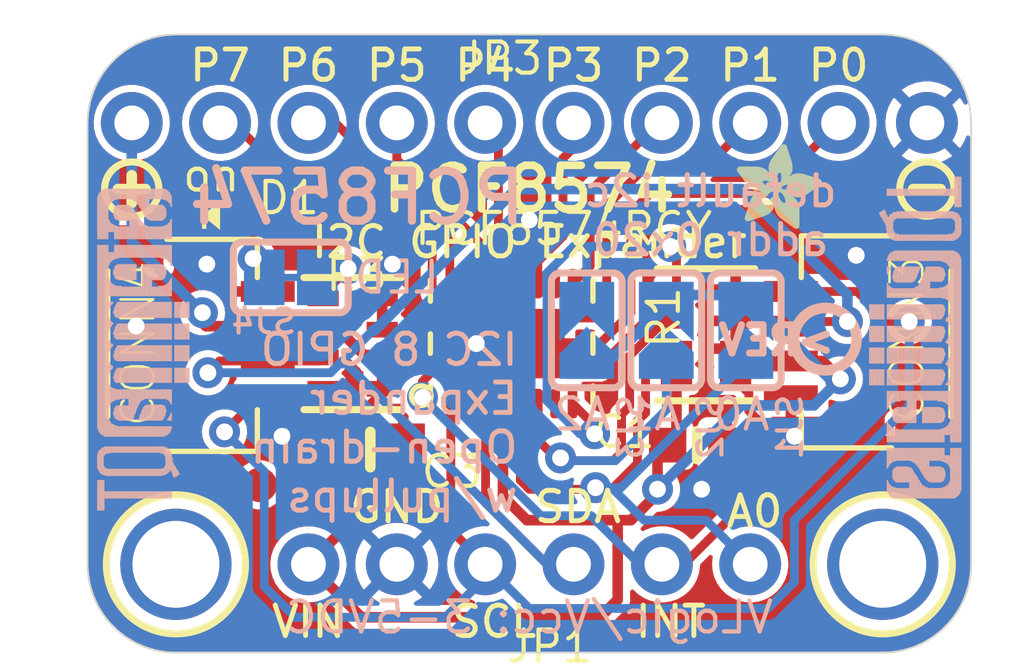
<source format=kicad_pcb>
(kicad_pcb (version 20211014) (generator pcbnew)
  (layers (0 "F.Cu" signal) (31 "B.Cu" signal) (34 "B.Paste" user) (35 "F.Paste" user) (36 "B.SilkS" user "B.Silkscreen") (37 "F.SilkS" user "F.Silkscreen") (38 "B.Mask" user) (39 "F.Mask" user) (44 "Edge.Cuts" user))
  (net 0 "")
  (net 1 "GND")
  (net 2 "SDA")
  (net 3 "SCL")
  (net 4 "INT")
  (net 5 "VCC")
  (net 6 "N$1")
  (net 7 "A0")
  (net 8 "A1")
  (net 9 "A2")
  (net 10 "P0")
  (net 11 "P1")
  (net 12 "P2")
  (net 13 "P3")
  (net 14 "P4")
  (net 15 "P5")
  (net 16 "P6")
  (net 17 "P7")
  (net 18 "N$2")
  (net 19 "N$3")
  (footprint "eagleBoard:JST_SH4" (layer "F.Cu") (at 158.5341 105.0036 90)
    (fp_text reference "CONN3" (at -2.314 0.831 90) (layer "F.SilkS") (effects (font (size 0.941222 0.941222) (thickness 0.074778)) (justify left)))
    (fp_text value "STEMMA_I2C_QT" hide)
    (pad "1" smd rect (at -1.5 -2.514 180) (size 1.55 0.6) (layers "F.Cu" "F.Paste" "F.Mask") (net 1 "GND"))
    (pad "2" smd rect (at -0.5 -2.514 180) (size 1.55 0.6) (layers "F.Cu" "F.Paste" "F.Mask") (net 5 "VCC"))
    (pad "3" smd rect (at 0.5 -2.514 180) (size 1.55 0.6) (layers "F.Cu" "F.Paste" "F.Mask") (net 2 "SDA"))
    (pad "4" smd rect (at 1.5 -2.514 180) (size 1.55 0.6) (layers "F.Cu" "F.Paste" "F.Mask") (net 3 "SCL"))
    (pad "MT1" smd rect (at -2.8 1.386 180) (size 1.8 1.2) (layers "F.Cu" "F.Paste" "F.Mask") (net 1 "GND"))
    (pad "MT2" smd rect (at 2.8 1.386 180) (size 1.8 1.2) (layers "F.Cu" "F.Paste" "F.Mask") (net 1 "GND"))
  )
  (footprint "eagleBoard:0805-NO" (layer "F.Cu") (at 143.9291 108.0516)
    (fp_text reference "C3" (at 1.397 0.635) (layer "F.SilkS") (effects (font (size 0.896031 0.896031) (thickness 0.119969)) (justify left)))
    (fp_text value "10uF")
    (pad "1" smd rect (at -0.95 0) (size 1.24 1.5) (layers "F.Cu" "F.Paste" "F.Mask") (net 5 "VCC"))
    (pad "2" smd rect (at 0.95 0) (size 1.24 1.5) (layers "F.Cu" "F.Paste" "F.Mask") (net 1 "GND"))
  )
  (footprint "eagleBoard:ADAFRUIT_2.5MM" (layer "F.Cu") (at 154.4701 101.7016)
    (fp_text reference "U$8" hide)
    (fp_text value "" hide)
  )
  (footprint "eagleBoard:FIDUCIAL_1MM" (layer "F.Cu") (at 158.0261 100.8126)
    (fp_text reference "FID4" hide)
    (fp_text value "FIDUCIAL_1MM" hide)
    (pad "1" smd roundrect (at 0 0) (size 1 1) (layers "F.Cu" "F.Mask") (roundrect_rratio 0.5))
  )
  (footprint "eagleBoard:JST_SH4" (layer "F.Cu") (at 138.4681 105.0036 -90)
    (fp_text reference "CONN4" (at -2.441 1.212 90) (layer "F.SilkS") (effects (font (size 0.941222 0.941222) (thickness 0.074778)) (justify right)))
    (fp_text value "STEMMA_I2C_QT" hide)
    (pad "1" smd rect (at -1.5 -2.514) (size 1.55 0.6) (layers "F.Cu" "F.Paste" "F.Mask") (net 1 "GND"))
    (pad "2" smd rect (at -0.5 -2.514) (size 1.55 0.6) (layers "F.Cu" "F.Paste" "F.Mask") (net 5 "VCC"))
    (pad "3" smd rect (at 0.5 -2.514) (size 1.55 0.6) (layers "F.Cu" "F.Paste" "F.Mask") (net 2 "SDA"))
    (pad "4" smd rect (at 1.5 -2.514) (size 1.55 0.6) (layers "F.Cu" "F.Paste" "F.Mask") (net 3 "SCL"))
    (pad "MT1" smd rect (at -2.8 1.386) (size 1.8 1.2) (layers "F.Cu" "F.Paste" "F.Mask") (net 1 "GND"))
    (pad "MT2" smd rect (at 2.8 1.386) (size 1.8 1.2) (layers "F.Cu" "F.Paste" "F.Mask") (net 1 "GND"))
  )
  (footprint "eagleBoard:0603-NO" (layer "F.Cu") (at 153.3271 107.9246)
    (fp_text reference "C1" (at -1.143 -0.381) (layer "F.SilkS") (effects (font (size 0.896031 0.896031) (thickness 0.119969)) (justify right)))
    (fp_text value "0.1uF")
    (pad "1" smd rect (at -0.85 0) (size 1.075 1) (layers "F.Cu" "F.Paste" "F.Mask") (net 5 "VCC"))
    (pad "2" smd rect (at 0.85 0) (size 1.075 1) (layers "F.Cu" "F.Paste" "F.Mask") (net 1 "GND"))
  )
  (footprint "eagleBoard:CHIPLED_0603_NOOUTLINE" (layer "F.Cu") (at 139.3571 101.3206 90)
    (fp_text reference "D1" (at 0.508 3.175) (layer "F.SilkS") (effects (font (size 0.896031 0.896031) (thickness 0.119969)) (justify right)))
    (fp_text value "GREEN")
    (pad "A" smd rect (at 0 0.75 90) (size 0.8 0.8) (layers "F.Cu" "F.Paste" "F.Mask") (net 19 "N$3"))
    (pad "C" smd rect (at 0 -0.75 90) (size 0.8 0.8) (layers "F.Cu" "F.Paste" "F.Mask") (net 1 "GND"))
  )
  (footprint "eagleBoard:SYMBOL_PLUS" (layer "F.Cu") (at 137.0711 100.5586)
    (fp_text reference "U$11" hide)
    (fp_text value "" hide)
  )
  (footprint "eagleBoard:VQFN20_3.5X4.5" (layer "F.Cu") (at 147.9931 105.0036 90)
    (fp_text reference "IC1")
    (fp_text value "PCF8574RGY" (at 3.302003 5.842003) (layer "F.SilkS") (effects (font (size 0.89662 0.89662) (thickness 0.11938)) (justify right)))
    (pad "1" smd roundrect (at -0.75 -2.225 270) (size 0.28 0.85) (layers "F.Cu" "F.Paste" "F.Mask") (roundrect_rratio 0.35) (net 4 "INT"))
    (pad "2" smd roundrect (at -1.725 -1.75) (size 0.28 0.85) (layers "F.Cu" "F.Paste" "F.Mask") (roundrect_rratio 0.35) (net 3 "SCL"))
    (pad "3" smd roundrect (at -1.725 -1.25) (size 0.28 0.85) (layers "F.Cu" "F.Paste" "F.Mask") (roundrect_rratio 0.35))
    (pad "4" smd roundrect (at -1.725 -0.75) (size 0.28 0.85) (layers "F.Cu" "F.Paste" "F.Mask") (roundrect_rratio 0.35) (net 2 "SDA"))
    (pad "5" smd roundrect (at -1.725 -0.25) (size 0.28 0.85) (layers "F.Cu" "F.Paste" "F.Mask") (roundrect_rratio 0.35) (net 5 "VCC"))
    (pad "6" smd roundrect (at -1.725 0.25) (size 0.28 0.85) (layers "F.Cu" "F.Paste" "F.Mask") (roundrect_rratio 0.35) (net 7 "A0"))
    (pad "7" smd roundrect (at -1.725 0.75) (size 0.28 0.85) (layers "F.Cu" "F.Paste" "F.Mask") (roundrect_rratio 0.35) (net 8 "A1"))
    (pad "8" smd roundrect (at -1.725 1.25) (size 0.28 0.85) (layers "F.Cu" "F.Paste" "F.Mask") (roundrect_rratio 0.35))
    (pad "9" smd roundrect (at -1.725 1.75) (size 0.28 0.85) (layers "F.Cu" "F.Paste" "F.Mask") (roundrect_rratio 0.35) (net 9 "A2"))
    (pad "10" smd roundrect (at -0.75 2.225 270) (size 0.28 0.85) (layers "F.Cu" "F.Paste" "F.Mask") (roundrect_rratio 0.35) (net 10 "P0"))
    (pad "11" smd roundrect (at 0.75 2.225 270) (size 0.28 0.85) (layers "F.Cu" "F.Paste" "F.Mask") (roundrect_rratio 0.35) (net 11 "P1"))
    (pad "12" smd roundrect (at 1.725 1.75) (size 0.28 0.85) (layers "F.Cu" "F.Paste" "F.Mask") (roundrect_rratio 0.35) (net 12 "P2"))
    (pad "13" smd roundrect (at 1.725 1.25) (size 0.28 0.85) (layers "F.Cu" "F.Paste" "F.Mask") (roundrect_rratio 0.35))
    (pad "14" smd roundrect (at 1.725 0.75) (size 0.28 0.85) (layers "F.Cu" "F.Paste" "F.Mask") (roundrect_rratio 0.35) (net 13 "P3"))
    (pad "15" smd roundrect (at 1.725 0.25) (size 0.28 0.85) (layers "F.Cu" "F.Paste" "F.Mask") (roundrect_rratio 0.35) (net 1 "GND"))
    (pad "16" smd roundrect (at 1.725 -0.25) (size 0.28 0.85) (layers "F.Cu" "F.Paste" "F.Mask") (roundrect_rratio 0.35) (net 14 "P4"))
    (pad "17" smd roundrect (at 1.725 -0.75) (size 0.28 0.85) (layers "F.Cu" "F.Paste" "F.Mask") (roundrect_rratio 0.35) (net 15 "P5"))
    (pad "18" smd roundrect (at 1.725 -1.25) (size 0.28 0.85) (layers "F.Cu" "F.Paste" "F.Mask") (roundrect_rratio 0.35))
    (pad "19" smd roundrect (at 1.725 -1.75) (size 0.28 0.85) (layers "F.Cu" "F.Paste" "F.Mask") (roundrect_rratio 0.35) (net 16 "P6"))
    (pad "20" smd roundrect (at 0.75 -2.225 270) (size 0.28 0.85) (layers "F.Cu" "F.Paste" "F.Mask") (roundrect_rratio 0.35) (net 17 "P7"))
    (pad "21" smd roundrect (at 0 0 90) (size 2 3.05) (layers "F.Cu" "F.Mask") (roundrect_rratio 0.1) (net 1 "GND"))
  )
  (footprint "eagleBoard:1X10_ROUND70" (layer "F.Cu") (at 148.5011 98.6536 180)
    (fp_text reference "JP3" (at -0.4572 1.8542) (layer "F.SilkS") (effects (font (size 0.896031 0.896031) (thickness 0.119969)) (justify right)))
    (fp_text value "")
    (pad "1" thru_hole circle (at -11.43 0 270) (size 1.778 1.778) (drill 1) (layers *.Cu *.Mask) (net 1 "GND"))
    (pad "2" thru_hole circle (at -8.89 0 270) (size 1.778 1.778) (drill 1) (layers *.Cu *.Mask) (net 10 "P0"))
    (pad "3" thru_hole circle (at -6.35 0 270) (size 1.778 1.778) (drill 1) (layers *.Cu *.Mask) (net 11 "P1"))
    (pad "4" thru_hole circle (at -3.81 0 270) (size 1.778 1.778) (drill 1) (layers *.Cu *.Mask) (net 12 "P2"))
    (pad "5" thru_hole circle (at -1.27 0 270) (size 1.778 1.778) (drill 1) (layers *.Cu *.Mask) (net 13 "P3"))
    (pad "6" thru_hole circle (at 1.27 0 270) (size 1.778 1.778) (drill 1) (layers *.Cu *.Mask) (net 14 "P4"))
    (pad "7" thru_hole circle (at 3.81 0 270) (size 1.778 1.778) (drill 1) (layers *.Cu *.Mask) (net 15 "P5"))
    (pad "8" thru_hole circle (at 6.35 0 270) (size 1.778 1.778) (drill 1) (layers *.Cu *.Mask) (net 16 "P6"))
    (pad "9" thru_hole circle (at 8.89 0 270) (size 1.778 1.778) (drill 1) (layers *.Cu *.Mask) (net 17 "P7"))
    (pad "10" thru_hole circle (at 11.43 0 270) (size 1.778 1.778) (drill 1) (layers *.Cu *.Mask) (net 5 "VCC"))
  )
  (footprint "eagleBoard:MOUNTINGHOLE_2.5_PLATED" (layer "F.Cu") (at 158.6611 111.3536)
    (fp_text reference "U$21" hide)
    (fp_text value "MOUNTINGHOLE2.5" hide)
    (pad "P$1" thru_hole circle (at 0 0) (size 3.2 3.2) (drill 2.5) (layers *.Cu *.Mask))
    (zone (net 0) (net_name "") (layer "F.Cu") (connect_pads (clearance 0)) (min_thickness 0.254)
      (keepout (tracks not_allowed) (vias not_allowed) (pads not_allowed) (copperpour not_allowed) (footprints allowed))
      (fill (thermal_gap 0.508) (thermal_bridge_width 0.508))
      (polygon (pts (xy 160.6771 111.3536) (xy 160.646472 111.003525) (xy 160.55552 110.664087) (xy 160.407007 110.3456) (xy 160.205446 110.05774) (xy 159.95696 109.809254) (xy 159.6691 109.607693) (xy 159.350613 109.45918) (xy 159.011175 109.368228) (xy 158.6611 109.3376) (xy 158.311025 109.368228) (xy 157.971587 109.45918) (xy 157.6531 109.607693) (xy 157.36524 109.809254) (xy 157.116754 110.05774) (xy 156.915193 110.3456) (xy 156.76668 110.664087) (xy 156.675728 111.003525) (xy 156.6451 111.3536) (xy 156.675728 111.703675) (xy 156.76668 112.043113) (xy 156.915193 112.3616) (xy 157.116754 112.64946) (xy 157.36524 112.897946) (xy 157.6531 113.099507) (xy 157.971587 113.24802) (xy 158.311025 113.338972) (xy 158.6611 113.3696) (xy 159.011175 113.338972) (xy 159.350613 113.24802) (xy 159.6691 113.099507) (xy 159.95696 112.897946) (xy 160.205446 112.64946) (xy 160.407007 112.3616) (xy 160.55552 112.043113) (xy 160.646472 111.703675)))
      (polygon (pts (xy 158.6451 111.3536) (xy 158.645343 111.356378) (xy 158.646065 111.359072) (xy 158.647244 111.3616) (xy 158.648843 111.363885) (xy 158.650815 111.365857) (xy 158.6531 111.367456) (xy 158.655628 111.368635) (xy 158.658322 111.369357) (xy 158.6611 111.3696) (xy 158.663878 111.369357) (xy 158.666572 111.368635) (xy 158.6691 111.367456) (xy 158.671385 111.365857) (xy 158.673357 111.363885) (xy 158.674956 111.3616) (xy 158.676135 111.359072) (xy 158.676857 111.356378) (xy 158.6771 111.3536) (xy 158.676857 111.350822) (xy 158.676135 111.348128) (xy 158.674956 111.3456) (xy 158.673357 111.343315) (xy 158.671385 111.341343) (xy 158.6691 111.339744) (xy 158.666572 111.338565) (xy 158.663878 111.337843) (xy 158.6611 111.3376) (xy 158.658322 111.337843) (xy 158.655628 111.338565) (xy 158.6531 111.339744) (xy 158.650815 111.341343) (xy 158.648843 111.343315) (xy 158.647244 111.3456) (xy 158.646065 111.348128) (xy 158.645343 111.350822)))
    )
    (zone (net 0) (net_name "") (layer "B.Cu") (connect_pads (clearance 0)) (min_thickness 0.254)
      (keepout (tracks not_allowed) (vias not_allowed) (pads not_allowed) (copperpour not_allowed) (footprints allowed))
      (fill (thermal_gap 0.508) (thermal_bridge_width 0.508))
      (polygon (pts (xy 160.6771 111.3536) (xy 160.646472 111.003525) (xy 160.55552 110.664087) (xy 160.407007 110.3456) (xy 160.205446 110.05774) (xy 159.95696 109.809254) (xy 159.6691 109.607693) (xy 159.350613 109.45918) (xy 159.011175 109.368228) (xy 158.6611 109.3376) (xy 158.311025 109.368228) (xy 157.971587 109.45918) (xy 157.6531 109.607693) (xy 157.36524 109.809254) (xy 157.116754 110.05774) (xy 156.915193 110.3456) (xy 156.76668 110.664087) (xy 156.675728 111.003525) (xy 156.6451 111.3536) (xy 156.675728 111.703675) (xy 156.76668 112.043113) (xy 156.915193 112.3616) (xy 157.116754 112.64946) (xy 157.36524 112.897946) (xy 157.6531 113.099507) (xy 157.971587 113.24802) (xy 158.311025 113.338972) (xy 158.6611 113.3696) (xy 159.011175 113.338972) (xy 159.350613 113.24802) (xy 159.6691 113.099507) (xy 159.95696 112.897946) (xy 160.205446 112.64946) (xy 160.407007 112.3616) (xy 160.55552 112.043113) (xy 160.646472 111.703675)))
      (polygon (pts (xy 158.6451 111.3536) (xy 158.645343 111.356378) (xy 158.646065 111.359072) (xy 158.647244 111.3616) (xy 158.648843 111.363885) (xy 158.650815 111.365857) (xy 158.6531 111.367456) (xy 158.655628 111.368635) (xy 158.658322 111.369357) (xy 158.6611 111.3696) (xy 158.663878 111.369357) (xy 158.666572 111.368635) (xy 158.6691 111.367456) (xy 158.671385 111.365857) (xy 158.673357 111.363885) (xy 158.674956 111.3616) (xy 158.676135 111.359072) (xy 158.676857 111.356378) (xy 158.6771 111.3536) (xy 158.676857 111.350822) (xy 158.676135 111.348128) (xy 158.674956 111.3456) (xy 158.673357 111.343315) (xy 158.671385 111.341343) (xy 158.6691 111.339744) (xy 158.666572 111.338565) (xy 158.663878 111.337843) (xy 158.6611 111.3376) (xy 158.658322 111.337843) (xy 158.655628 111.338565) (xy 158.6531 111.339744) (xy 158.650815 111.341343) (xy 158.648843 111.343315) (xy 158.647244 111.3456) (xy 158.646065 111.348128) (xy 158.645343 111.350822)))
    )
  )
  (footprint "eagleBoard:RESPACK_4X0603" (layer "F.Cu") (at 153.5811 104.7496 90)
    (fp_text reference "R1" (at -0.457 -1.219 90) (layer "F.SilkS") (effects (font (size 0.896031 0.896031) (thickness 0.119969)) (justify left)))
    (fp_text value "10K")
    (pad "1" smd rect (at -1.3 0.85 90) (size 0.45 0.9) (layers "F.Cu" "F.Paste" "F.Mask") (net 4 "INT"))
    (pad "2" smd rect (at -0.4 0.85 90) (size 0.45 0.9) (layers "F.Cu" "F.Paste" "F.Mask") (net 1 "GND"))
    (pad "3" smd rect (at 0.4 0.85 90) (size 0.45 0.9) (layers "F.Cu" "F.Paste" "F.Mask") (net 1 "GND"))
    (pad "4" smd rect (at 1.3 0.85 90) (size 0.45 0.9) (layers "F.Cu" "F.Paste" "F.Mask") (net 1 "GND"))
    (pad "5" smd rect (at 1.3 -0.85 90) (size 0.45 0.9) (layers "F.Cu" "F.Paste" "F.Mask") (net 9 "A2"))
    (pad "6" smd rect (at 0.4 -0.85 90) (size 0.45 0.9) (layers "F.Cu" "F.Paste" "F.Mask") (net 8 "A1"))
    (pad "7" smd rect (at -0.4 -0.85 90) (size 0.45 0.9) (layers "F.Cu" "F.Paste" "F.Mask") (net 7 "A0"))
    (pad "8" smd rect (at -1.3 -0.85 90) (size 0.45 0.9) (layers "F.Cu" "F.Paste" "F.Mask") (net 5 "VCC"))
  )
  (footprint "eagleBoard:SYMBOL_MINUS" (layer "F.Cu") (at 159.9311 100.5586)
    (fp_text reference "U$9" hide)
    (fp_text value "" hide)
  )
  (footprint "eagleBoard:RESPACK_4X0603" (layer "F.Cu") (at 143.4211 105.0036 -90)
    (fp_text reference "R3" (at -1.981 0.838) (layer "F.SilkS") (effects (font (size 0.896031 0.896031) (thickness 0.119969)) (justify left)))
    (fp_text value "10K")
    (pad "1" smd rect (at -1.3 0.85 270) (size 0.45 0.9) (layers "F.Cu" "F.Paste" "F.Mask") (net 6 "N$1"))
    (pad "2" smd rect (at -0.4 0.85 270) (size 0.45 0.9) (layers "F.Cu" "F.Paste" "F.Mask") (net 5 "VCC"))
    (pad "3" smd rect (at 0.4 0.85 270) (size 0.45 0.9) (layers "F.Cu" "F.Paste" "F.Mask") (net 2 "SDA"))
    (pad "4" smd rect (at 1.3 0.85 270) (size 0.45 0.9) (layers "F.Cu" "F.Paste" "F.Mask") (net 3 "SCL"))
    (pad "5" smd rect (at 1.3 -0.85 270) (size 0.45 0.9) (layers "F.Cu" "F.Paste" "F.Mask") (net 5 "VCC"))
    (pad "6" smd rect (at 0.4 -0.85 270) (size 0.45 0.9) (layers "F.Cu" "F.Paste" "F.Mask") (net 5 "VCC"))
    (pad "7" smd rect (at -0.4 -0.85 270) (size 0.45 0.9) (layers "F.Cu" "F.Paste" "F.Mask") (net 18 "N$2"))
    (pad "8" smd rect (at -1.3 -0.85 270) (size 0.45 0.9) (layers "F.Cu" "F.Paste" "F.Mask") (net 18 "N$2"))
  )
  (footprint "eagleBoard:MOUNTINGHOLE_2.5_PLATED" (layer "F.Cu") (at 138.3411 111.3536)
    (fp_text reference "U$19" hide)
    (fp_text value "MOUNTINGHOLE2.5" hide)
    (pad "P$1" thru_hole circle (at 0 0) (size 3.2 3.2) (drill 2.5) (layers *.Cu *.Mask))
    (zone (net 0) (net_name "") (layer "F.Cu") (connect_pads (clearance 0)) (min_thickness 0.254)
      (keepout (tracks not_allowed) (vias not_allowed) (pads not_allowed) (copperpour not_allowed) (footprints allowed))
      (fill (thermal_gap 0.508) (thermal_bridge_width 0.508))
      (polygon (pts (xy 140.3571 111.3536) (xy 140.326472 111.003525) (xy 140.23552 110.664087) (xy 140.087007 110.3456) (xy 139.885446 110.05774) (xy 139.63696 109.809254) (xy 139.3491 109.607693) (xy 139.030613 109.45918) (xy 138.691175 109.368228) (xy 138.3411 109.3376) (xy 137.991025 109.368228) (xy 137.651587 109.45918) (xy 137.3331 109.607693) (xy 137.04524 109.809254) (xy 136.796754 110.05774) (xy 136.595193 110.3456) (xy 136.44668 110.664087) (xy 136.355728 111.003525) (xy 136.3251 111.3536) (xy 136.355728 111.703675) (xy 136.44668 112.043113) (xy 136.595193 112.3616) (xy 136.796754 112.64946) (xy 137.04524 112.897946) (xy 137.3331 113.099507) (xy 137.651587 113.24802) (xy 137.991025 113.338972) (xy 138.3411 113.3696) (xy 138.691175 113.338972) (xy 139.030613 113.24802) (xy 139.3491 113.099507) (xy 139.63696 112.897946) (xy 139.885446 112.64946) (xy 140.087007 112.3616) (xy 140.23552 112.043113) (xy 140.326472 111.703675)))
      (polygon (pts (xy 138.3251 111.3536) (xy 138.325343 111.356378) (xy 138.326065 111.359072) (xy 138.327244 111.3616) (xy 138.328843 111.363885) (xy 138.330815 111.365857) (xy 138.3331 111.367456) (xy 138.335628 111.368635) (xy 138.338322 111.369357) (xy 138.3411 111.3696) (xy 138.343878 111.369357) (xy 138.346572 111.368635) (xy 138.3491 111.367456) (xy 138.351385 111.365857) (xy 138.353357 111.363885) (xy 138.354956 111.3616) (xy 138.356135 111.359072) (xy 138.356857 111.356378) (xy 138.3571 111.3536) (xy 138.356857 111.350822) (xy 138.356135 111.348128) (xy 138.354956 111.3456) (xy 138.353357 111.343315) (xy 138.351385 111.341343) (xy 138.3491 111.339744) (xy 138.346572 111.338565) (xy 138.343878 111.337843) (xy 138.3411 111.3376) (xy 138.338322 111.337843) (xy 138.335628 111.338565) (xy 138.3331 111.339744) (xy 138.330815 111.341343) (xy 138.328843 111.343315) (xy 138.327244 111.3456) (xy 138.326065 111.348128) (xy 138.325343 111.350822)))
    )
    (zone (net 0) (net_name "") (layer "B.Cu") (connect_pads (clearance 0)) (min_thickness 0.254)
      (keepout (tracks not_allowed) (vias not_allowed) (pads not_allowed) (copperpour not_allowed) (footprints allowed))
      (fill (thermal_gap 0.508) (thermal_bridge_width 0.508))
      (polygon (pts (xy 140.3571 111.3536) (xy 140.326472 111.003525) (xy 140.23552 110.664087) (xy 140.087007 110.3456) (xy 139.885446 110.05774) (xy 139.63696 109.809254) (xy 139.3491 109.607693) (xy 139.030613 109.45918) (xy 138.691175 109.368228) (xy 138.3411 109.3376) (xy 137.991025 109.368228) (xy 137.651587 109.45918) (xy 137.3331 109.607693) (xy 137.04524 109.809254) (xy 136.796754 110.05774) (xy 136.595193 110.3456) (xy 136.44668 110.664087) (xy 136.355728 111.003525) (xy 136.3251 111.3536) (xy 136.355728 111.703675) (xy 136.44668 112.043113) (xy 136.595193 112.3616) (xy 136.796754 112.64946) (xy 137.04524 112.897946) (xy 137.3331 113.099507) (xy 137.651587 113.24802) (xy 137.991025 113.338972) (xy 138.3411 113.3696) (xy 138.691175 113.338972) (xy 139.030613 113.24802) (xy 139.3491 113.099507) (xy 139.63696 112.897946) (xy 139.885446 112.64946) (xy 140.087007 112.3616) (xy 140.23552 112.043113) (xy 140.326472 111.703675)))
      (polygon (pts (xy 138.3251 111.3536) (xy 138.325343 111.356378) (xy 138.326065 111.359072) (xy 138.327244 111.3616) (xy 138.328843 111.363885) (xy 138.330815 111.365857) (xy 138.3331 111.367456) (xy 138.335628 111.368635) (xy 138.338322 111.369357) (xy 138.3411 111.3696) (xy 138.343878 111.369357) (xy 138.346572 111.368635) (xy 138.3491 111.367456) (xy 138.351385 111.365857) (xy 138.353357 111.363885) (xy 138.354956 111.3616) (xy 138.356135 111.359072) (xy 138.356857 111.356378) (xy 138.3571 111.3536) (xy 138.356857 111.350822) (xy 138.356135 111.348128) (xy 138.354956 111.3456) (xy 138.353357 111.343315) (xy 138.351385 111.341343) (xy 138.3491 111.339744) (xy 138.346572 111.338565) (xy 138.343878 111.337843) (xy 138.3411 111.3376) (xy 138.338322 111.337843) (xy 138.335628 111.338565) (xy 138.3331 111.339744) (xy 138.330815 111.341343) (xy 138.328843 111.343315) (xy 138.327244 111.3456) (xy 138.326065 111.348128) (xy 138.325343 111.350822)))
    )
  )
  (footprint "eagleBoard:1X06_ROUND_70" (layer "F.Cu") (at 148.5011 111.3536)
    (fp_text reference "JP1" (at -0.7112 2.3622) (layer "F.SilkS") (effects (font (size 0.896031 0.896031) (thickness 0.119969)) (justify left)))
    (fp_text value "")
    (pad "1" thru_hole circle (at -6.35 0 90) (size 1.778 1.778) (drill 1) (layers *.Cu *.Mask) (net 5 "VCC"))
    (pad "2" thru_hole circle (at -3.81 0 90) (size 1.778 1.778) (drill 1) (layers *.Cu *.Mask) (net 1 "GND"))
    (pad "3" thru_hole circle (at -1.27 0 90) (size 1.778 1.778) (drill 1) (layers *.Cu *.Mask) (net 3 "SCL"))
    (pad "4" thru_hole circle (at 1.27 0 90) (size 1.778 1.778) (drill 1) (layers *.Cu *.Mask) (net 2 "SDA"))
    (pad "5" thru_hole circle (at 3.81 0 90) (size 1.778 1.778) (drill 1) (layers *.Cu *.Mask) (net 4 "INT"))
    (pad "6" thru_hole circle (at 6.35 0 90) (size 1.778 1.778) (drill 1) (layers *.Cu *.Mask) (net 7 "A0"))
  )
  (footprint "eagleBoard:FIDUCIAL_1MM" (layer "F.Cu") (at 140.7541 109.0676)
    (fp_text reference "FID3" hide)
    (fp_text value "FIDUCIAL_1MM" hide)
    (pad "1" smd roundrect (at 0 0) (size 1 1) (layers "F.Cu" "F.Mask") (roundrect_rratio 0.5))
  )
  (footprint "eagleBoard:STEMMAQT" (layer "B.Cu") (at 138.7221 100.5586 -90)
    (fp_text reference "U$31" hide)
    (fp_text value "" hide)
  )
  (footprint "eagleBoard:SOLDERJUMPER_ARROW_NOPASTE" (layer "B.Cu") (at 154.7241 104.6226 90)
    (fp_text reference "SJ1" (at -1.778 1.27 90) (layer "B.SilkS") (effects (font (size 0.692831 0.692831) (thickness 0.119969)) (justify left mirror)))
    (fp_text value "")
    (fp_poly (pts (xy 0.106121 -0.002663) (xy -0.679416 -0.7882) (xy -1.3946 -0.7882) (xy -1.3946 0.7882) (xy -0.62715 0.7882)) (layer "B.Cu") (width 0) (fill solid))
    (fp_poly (pts (xy 1.3946 -0.7882) (xy -0.315893 -0.7882) (xy 0.443148 0) (xy -0.315893 0.7882) (xy 1.3946 0.7882)) (layer "B.Cu") (width 0) (fill solid))
    (pad "1" smd roundrect (at -1.016 0 90) (size 0.762 1.524) (layers "B.Cu") (net 7 "A0"))
    (pad "2" smd roundrect (at 1.016 0 90) (size 0.762 1.524) (layers "B.Cu") (net 5 "VCC"))
  )
  (footprint "eagleBoard:SOLDERJUMPER_CLOSEDWIRE" (layer "B.Cu") (at 141.6431 103.0986)
    (fp_text reference "SJ4" (at -1.778 1.27) (layer "B.SilkS") (effects (font (size 0.692831 0.692831) (thickness 0.119969)) (justify right mirror)))
    (fp_text value "")
    (pad "1" smd rect (at -0.762 0) (size 1.1684 1.6002) (layers "B.Cu") (net 19 "N$3"))
    (pad "2" smd rect (at 0.762 0) (size 1.1684 1.6002) (layers "B.Cu") (net 6 "N$1"))
    (pad "WIRE" smd rect (at 0 0 180) (size 0.635 0.2032) (layers "B.Cu"))
  )
  (footprint "eagleBoard:SOLDERJUMPER_ARROW_NOPASTE" (layer "B.Cu") (at 150.1521 104.6226 90)
    (fp_text reference "SJ3" (at -1.778 1.27 90) (layer "B.SilkS") (effects (font (size 0.692831 0.692831) (thickness 0.119969)) (justify left mirror)))
    (fp_text value "")
    (fp_poly (pts (xy 0.106121 -0.002663) (xy -0.679416 -0.7882) (xy -1.3946 -0.7882) (xy -1.3946 0.7882) (xy -0.62715 0.7882)) (layer "B.Cu") (width 0) (fill solid))
    (fp_poly (pts (xy 1.3946 -0.7882) (xy -0.315893 -0.7882) (xy 0.443148 0) (xy -0.315893 0.7882) (xy 1.3946 0.7882)) (layer "B.Cu") (width 0) (fill solid))
    (pad "1" smd roundrect (at -1.016 0 90) (size 0.762 1.524) (layers "B.Cu") (net 5 "VCC"))
    (pad "2" smd roundrect (at 1.016 0 90) (size 0.762 1.524) (layers "B.Cu") (net 9 "A2"))
  )
  (footprint "eagleBoard:SOLDERJUMPER_ARROW_NOPASTE" (layer "B.Cu") (at 152.4381 104.6226 90)
    (fp_text reference "SJ2" (at -1.778 1.27 90) (layer "B.SilkS") (effects (font (size 0.692831 0.692831) (thickness 0.119969)) (justify left mirror)))
    (fp_text value "")
    (fp_poly (pts (xy 1.3946 -0.7882) (xy -0.315893 -0.7882) (xy 0.443148 0) (xy -0.315893 0.7882) (xy 1.3946 0.7882)) (layer "B.Cu") (width 0) (fill solid))
    (fp_poly (pts (xy 0.106121 -0.002663) (xy -0.679416 -0.7882) (xy -1.3946 -0.7882) (xy -1.3946 0.7882) (xy -0.62715 0.7882)) (layer "B.Cu") (width 0) (fill solid))
    (pad "1" smd roundrect (at -1.016 0 90) (size 0.762 1.524) (layers "B.Cu") (net 8 "A1"))
    (pad "2" smd roundrect (at 1.016 0 90) (size 0.762 1.524) (layers "B.Cu") (net 5 "VCC"))
  )
  (footprint "eagleBoard:PCBFEAT-REV-040" (layer "B.Cu") (at 157.0101 104.8766 180)
    (fp_text reference "U$25" hide)
    (fp_text value "" hide)
    (fp_text user ">REV" (at -0.3556 -0.508) (layer "B.SilkS") (effects (font (size 0.8128 0.8128) (thickness 0.2032)) (justify left bottom mirror)))
  )
  (footprint "eagleBoard:STEMMAQT" (layer "B.Cu") (at 158.2801 109.4486 90)
    (fp_text reference "U$30" hide)
    (fp_text value "" hide)
  )
  (gr_line (start 135.8011 98.6536) (end 135.8011 111.3536) (layer "Edge.Cuts") (width 0.05))
  (gr_arc (start 158.6611 96.1136) (mid 160.457151 96.857549) (end 161.2011 98.6536) (layer "Edge.Cuts") (width 0.05))
  (gr_arc (start 135.8011 98.6536) (mid 136.545049 96.857549) (end 138.3411 96.1136) (layer "Edge.Cuts") (width 0.05))
  (gr_line (start 158.6611 96.1136) (end 138.3411 96.1136) (layer "Edge.Cuts") (width 0.05))
  (gr_arc (start 161.2011 111.3536) (mid 160.457151 113.149651) (end 158.6611 113.8936) (layer "Edge.Cuts") (width 0.05))
  (gr_line (start 138.3411 113.8936) (end 158.6611 113.8936) (layer "Edge.Cuts") (width 0.05))
  (gr_arc (start 138.3411 113.8936) (mid 136.545049 113.149651) (end 135.8011 111.3536) (layer "Edge.Cuts") (width 0.05))
  (gr_line (start 161.2011 111.3536) (end 161.2011 98.6536) (layer "Edge.Cuts") (width 0.05))
  (gr_text "PCF8574" (at 143.5481 100.8126) (layer "B.SilkS") (effects (font (size 1.441704 1.441704) (thickness 0.234696)) (justify mirror)))
  (gr_text "VLogic/Vcc: 3-5VDC" (at 148.5011 112.8776) (layer "B.SilkS") (effects (font (size 0.89408 0.89408) (thickness 0.12192)) (justify mirror)))
  (gr_text "A0" (at 154.5971 107.0356) (layer "B.SilkS") (effects (font (size 0.89408 0.89408) (thickness 0.12192)) (justify mirror)))
  (gr_text "A2" (at 150.0251 107.0356) (layer "B.SilkS") (effects (font (size 0.89408 0.89408) (thickness 0.12192)) (justify mirror)))
  (gr_text "I2C 8 GPIO\nExpander\nOpen-drain\nw/pullups" (at 148.2471 107.2896) (layer "B.SilkS") (effects (font (size 0.87376 0.87376) (thickness 0.14224)) (justify left mirror)))
  (gr_text "LED" (at 144.6911 103.0986) (layer "B.SilkS") (effects (font (size 0.89408 0.89408) (thickness 0.12192)) (justify mirror)))
  (gr_text "A1" (at 152.0571 107.0356) (layer "B.SilkS") (effects (font (size 0.89408 0.89408) (thickness 0.12192)) (justify mirror)))
  (gr_text "default i2c\naddr 0x20" (at 153.7081 101.3206) (layer "B.SilkS") (effects (font (size 0.87376 0.87376) (thickness 0.14224)) (justify mirror)))
  (gr_text "P7" (at 139.6111 97.0026) (layer "F.SilkS") (effects (font (size 0.87376 0.87376) (thickness 0.14224))))
  (gr_text "P4" (at 147.2311 97.0026) (layer "F.SilkS") (effects (font (size 0.87376 0.87376) (thickness 0.14224))))
  (gr_text "INT" (at 152.5651 113.0046) (layer "F.SilkS") (effects (font (size 0.87376 0.87376) (thickness 0.14224))))
  (gr_text "P5" (at 144.6911 97.0026) (layer "F.SilkS") (effects (font (size 0.87376 0.87376) (thickness 0.14224))))
  (gr_text "P1" (at 154.8511 97.0026) (layer "F.SilkS") (effects (font (size 0.87376 0.87376) (thickness 0.14224))))
  (gr_text "P6" (at 142.1511 97.0026) (layer "F.SilkS") (effects (font (size 0.87376 0.87376) (thickness 0.14224))))
  (gr_text "VIN" (at 142.1511 113.0046) (layer "F.SilkS") (effects (font (size 0.87376 0.87376) (thickness 0.14224))))
  (gr_text "SCL" (at 147.4851 113.0046) (layer "F.SilkS") (effects (font (size 0.87376 0.87376) (thickness 0.14224))))
  (gr_text "I2C GPIO Expander" (at 148.5011 102.0826) (layer "F.SilkS") (effects (font (size 0.87376 0.87376) (thickness 0.14224))))
  (gr_text "on" (at 138.4681 100.6856) (layer "F.SilkS") (effects (font (size 0.89408 0.89408) (thickness 0.12192)) (justify left bottom)))
  (gr_text "SDA" (at 149.8981 109.7026) (layer "F.SilkS") (effects (font (size 0.87376 0.87376) (thickness 0.14224))))
  (gr_text "A0" (at 154.9781 109.8296) (layer "F.SilkS") (effects (font (size 0.87376 0.87376) (thickness 0.14224))))
  (gr_text "P3" (at 149.7711 97.0026) (layer "F.SilkS") (effects (font (size 0.87376 0.87376) (thickness 0.14224))))
  (gr_text "PCF8574" (at 148.5011 100.5586) (layer "F.SilkS") (effects (font (size 1.25222 1.25222) (thickness 0.22098))))
  (gr_text "P2" (at 152.3111 97.0026) (layer "F.SilkS") (effects (font (size 0.87376 0.87376) (thickness 0.14224))))
  (gr_text "P0" (at 157.3911 97.0026) (layer "F.SilkS") (effects (font (size 0.87376 0.87376) (thickness 0.14224))))
  (gr_text "GND" (at 144.6911 109.7026) (layer "F.SilkS") (effects (font (size 0.87376 0.87376) (thickness 0.14224))))
  (segment (start 147.9931 105.0036) (end 148.2431 104.7536) (width 0.3048) (layer "F.Cu") (net 1))
  (segment (start 148.2431 103.2786) (end 148.2431 104.7536) (width 0.3048) (layer "F.Cu") (net 1))
  (via (at 153.4541 109.1946) (size 0.889) (drill 0.4826) (layers "F.Cu" "B.Cu") (net 1))
  (via (at 157.8991 102.4636) (size 0.889) (drill 0.4826) (layers "F.Cu" "B.Cu") (net 1))
  (via (at 139.2301 102.7176) (size 0.889) (drill 0.4826) (layers "F.Cu" "B.Cu") (net 1))
  (via (at 146.9771 105.0036) (size 0.889) (drill 0.4826) (layers "F.Cu" "B.Cu") (net 1))
  (via (at 141.3891 107.6706) (size 0.889) (drill 0.4826) (layers "F.Cu" "B.Cu") (net 1))
  (via (at 137.1981 104.4956) (size 0.889) (drill 0.4826) (layers "F.Cu" "B.Cu") (net 1))
  (via (at 156.1211 107.6706) (size 0.889) (drill 0.4826) (layers "F.Cu" "B.Cu") (net 1))
  (via (at 148.5011 101.4476) (size 0.889) (drill 0.4826) (layers "F.Cu" "B.Cu") (net 1))
  (via (at 144.5641 102.7176) (size 0.889) (drill 0.4826) (layers "F.Cu" "B.Cu") (net 1))
  (segment (start 140.9821 105.5036) (end 142.4711 105.5036) (width 0.254) (layer "F.Cu") (net 2))
  (segment (start 149.0091 111.3536) (end 147.2431 109.5876) (width 0.254) (layer "F.Cu") (net 2))
  (segment (start 142.4711 105.5036) (end 142.5711 105.4036) (width 0.254) (layer "F.Cu") (net 2))
  (segment (start 147.2431 106.7286) (end 147.2431 109.5876) (width 0.254) (layer "F.Cu") (net 2))
  (segment (start 156.0201 104.5036) (end 156.1551 104.3686) (width 0.254) (layer "F.Cu") (net 2))
  (segment (start 149.7711 111.3536) (end 149.0091 111.3536) (width 0.254) (layer "F.Cu") (net 2))
  (segment (start 156.1551 104.3686) (end 157.6451 104.3686) (width 0.254) (layer "F.Cu") (net 2))
  (segment (start 139.598493 105.5036) (end 139.260293 105.8418) (width 0.254) (layer "F.Cu") (net 2))
  (segment (start 140.9821 105.5036) (end 139.598493 105.5036) (width 0.254) (layer "F.Cu") (net 2))
  (via (at 139.260293 105.8418) (size 0.889) (drill 0.4826) (layers "F.Cu" "B.Cu") (net 2))
  (via (at 157.6451 104.3686) (size 0.889) (drill 0.4826) (layers "F.Cu" "B.Cu") (net 2))
  (segment (start 144.0053 104.6226) (end 144.0561 104.6226) (width 0.3048) (layer "B.Cu") (net 2))
  (segment (start 149.7711 111.3536) (end 149.0091 111.3536) (width 0.254) (layer "B.Cu") (net 2))
  (segment (start 148.1201 100.5586) (end 154.5971 100.5586) (width 0.3048) (layer "B.Cu") (net 2))
  (segment (start 143.0401 105.5878) (end 144.0053 104.6226) (width 0.254) (layer "B.Cu") (net 2))
  (segment (start 143.0401 105.5878) (end 143.2433 105.5878) (width 0.254) (layer "B.Cu") (net 2))
  (segment (start 139.260293 105.8418) (end 142.7861 105.8418) (width 0.254) (layer "B.Cu") (net 2))
  (segment (start 142.7861 105.8418) (end 143.0401 105.5878) (width 0.254) (layer "B.Cu") (net 2))
  (segment (start 148.1201 100.5586) (end 144.0561 104.6226) (width 0.3048) (layer "B.Cu") (net 2))
  (segment (start 149.0091 111.3536) (end 143.2433 105.5878) (width 0.254) (layer "B.Cu") (net 2))
  (segment (start 157.6451 103.6066) (end 157.6451 104.3686) (width 0.3048) (layer "B.Cu") (net 2))
  (segment (start 157.6451 103.6066) (end 154.5971 100.5586) (width 0.3048) (layer "B.Cu") (net 2))
  (segment (start 156.0201 103.5036) (end 157.9231 103.5036) (width 0.254) (layer "F.Cu") (net 3))
  (segment (start 142.3711 106.5036) (end 142.5711 106.3036) (width 0.254) (layer "F.Cu") (net 3))
  (segment (start 147.2311 111.3536) (end 146.2431 110.3656) (width 0.254) (layer "F.Cu") (net 3))
  (segment (start 146.2431 106.7286) (end 146.2431 110.3656) (width 0.254) (layer "F.Cu") (net 3))
  (segment (start 140.9821 106.5036) (end 140.7781 106.5036) (width 0.254) (layer "F.Cu") (net 3))
  (segment (start 140.9821 106.5036) (end 142.3711 106.5036) (width 0.254) (layer "F.Cu") (net 3))
  (segment (start 140.7781 106.5036) (end 139.7381 107.5436) (width 0.254) (layer "F.Cu") (net 3))
  (segment (start 158.7881 104.3686) (end 159.4231 104.3686) (width 0.254) (layer "F.Cu") (net 3))
  (segment (start 158.7881 104.3686) (end 157.9231 103.5036) (width 0.254) (layer "F.Cu") (net 3))
  (via (at 139.7381 107.5436) (size 0.889) (drill 0.4826) (layers "F.Cu" "B.Cu") (net 3))
  (via (at 159.4231 104.3686) (size 0.889) (drill 0.4826) (layers "F.Cu" "B.Cu") (net 3))
  (segment (start 146.0881 112.8776) (end 141.7701 112.8776) (width 0.254) (layer "B.Cu") (net 3))
  (segment (start 141.7701 112.8776) (end 140.8811 111.9886) (width 0.254) (layer "B.Cu") (net 3))
  (segment (start 159.4231 104.3686) (end 159.4231 106.7816) (width 0.254) (layer "B.Cu") (net 3))
  (segment (start 156.1211 111.8616) (end 155.3591 112.6236) (width 0.254) (layer "B.Cu") (net 3))
  (segment (start 156.1211 110.0836) (end 156.1211 111.8616) (width 0.254) (layer "B.Cu") (net 3))
  (segment (start 155.3591 112.6236) (end 148.5011 112.6236) (width 0.254) (layer "B.Cu") (net 3))
  (segment (start 140.8811 108.6866) (end 140.8811 111.9886) (width 0.254) (layer "B.Cu") (net 3))
  (segment (start 148.5011 112.6236) (end 147.2311 111.3536) (width 0.254) (layer "B.Cu") (net 3))
  (segment (start 159.4231 106.7816) (end 156.1211 110.0836) (width 0.254) (layer "B.Cu") (net 3))
  (segment (start 147.2311 111.7346) (end 146.0881 112.8776) (width 0.254) (layer "B.Cu") (net 3))
  (segment (start 147.2311 111.3536) (end 147.2311 111.7346) (width 0.254) (layer "B.Cu") (net 3))
  (segment (start 139.7381 107.5436) (end 140.8811 108.6866) (width 0.254) (layer "B.Cu") (net 3))
  (segment (start 145.7681 105.7536) (end 145.429396 106.092304) (width 0.254) (layer "F.Cu") (net 4))
  (segment (start 145.429396 106.092304) (end 145.429396 106.551304) (width 0.254) (layer "F.Cu") (net 4))
  (segment (start 154.8121 106.4306) (end 154.8121 106.9386) (width 0.254) (layer "F.Cu") (net 4))
  (segment (start 155.1051 109.1946) (end 152.9461 111.3536) (width 0.254) (layer "F.Cu") (net 4))
  (segment (start 152.9461 111.3536) (end 152.3111 111.3536) (width 0.254) (layer "F.Cu") (net 4))
  (segment (start 154.4311 106.0496) (end 154.8121 106.4306) (width 0.254) (layer "F.Cu") (net 4))
  (segment (start 155.1051 107.2316) (end 154.8121 106.9386) (width 0.254) (layer "F.Cu") (net 4))
  (segment (start 155.1051 107.2316) (end 155.1051 109.1946) (width 0.254) (layer "F.Cu") (net 4))
  (via (at 145.429396 106.551304) (size 0.889) (drill 0.4826) (layers "F.Cu" "B.Cu") (net 4))
  (segment (start 151.6761 111.3536) (end 152.3111 111.3536) (width 0.254) (layer "B.Cu") (net 4))
  (segment (start 145.429396 106.551304) (end 148.834693 109.9566) (width 0.254) (layer "B.Cu") (net 4))
  (segment (start 148.834693 109.9566) (end 150.2791 109.9566) (width 0.254) (layer "B.Cu") (net 4))
  (segment (start 151.6761 111.3536) (end 150.2791 109.9566) (width 0.254) (layer "B.Cu") (net 4))
  (segment (start 151.4221 110.0836) (end 152.186446 109.319254) (width 0.3048) (layer "F.Cu") (net 5))
  (segment (start 147.7431 109.3956) (end 148.4311 110.0836) (width 0.3048) (layer "F.Cu") (net 5))
  (segment (start 152.186446 108.215254) (end 152.4771 107.9246) (width 0.3048) (layer "F.Cu") (net 5))
  (segment (start 152.4771 107.9246) (end 152.5071 107.9246) (width 0.3048) (layer "F.Cu") (net 5))
  (segment (start 141.0821 104.6036) (end 140.9821 104.5036) (width 0.3048) (layer "F.Cu") (net 5))
  (segment (start 142.5711 104.6036) (end 143.0211 104.6036) (width 0.3048) (layer "F.Cu") (net 5))
  (segment (start 147.7431 106.7286) (end 147.7431 109.3956) (width 0.3048) (layer "F.Cu") (net 5))
  (segment (start 152.186446 109.319254) (end 152.186446 109.192254) (width 0.3048) (layer "F.Cu") (net 5))
  (segment (start 142.9791 108.0516) (end 142.9791 107.7316) (width 0.3048) (layer "F.Cu") (net 5))
  (segment (start 142.1511 111.3536) (end 143.6751 112.8776) (width 0.3048) (layer "F.Cu") (net 5))
  (segment (start 152.186446 109.192254) (end 152.186446 108.215254) (width 0.3048) (layer "F.Cu") (net 5))
  (segment (start 151.0411 110.0836) (end 151.4221 110.0836) (width 0.3048) (layer "F.Cu") (net 5))
  (segment (start 139.2041 104.5036) (end 140.9821 104.5036) (width 0.3048) (layer "F.Cu") (net 5))
  (segment (start 144.2711 106.3036) (end 144.2711 105.4036) (width 0.3048) (layer "F.Cu") (net 5))
  (segment (start 156.0201 105.5036) (end 156.9268 105.5036) (width 0.3048) (layer "F.Cu") (net 5))
  (segment (start 144.2711 106.4396) (end 144.2711 106.3036) (width 0.3048) (layer "F.Cu") (net 5))
  (segment (start 142.9791 110.5256) (end 142.1511 111.3536) (width 0.3048) (layer "F.Cu") (net 5))
  (segment (start 142.9791 107.7316) (end 144.2711 106.4396) (width 0.3048) (layer "F.Cu") (net 5))
  (segment (start 142.9791 108.0516) (end 142.9791 110.5256) (width 0.3048) (layer "F.Cu") (net 5))
  (segment (start 156.9268 105.5036) (end 157.4428 106.0196) (width 0.3048) (layer "F.Cu") (net 5))
  (segment (start 143.6751 112.8776) (end 150.5331 112.8776) (width 0.3048) (layer "F.Cu") (net 5))
  (segment (start 148.4311 110.0836) (end 151.0411 110.0836) (width 0.3048) (layer "F.Cu") (net 5))
  (segment (start 139.1031 104.1146) (end 139.1031 104.4026) (width 0.3048) (layer "F.Cu") (net 5))
  (segment (start 139.2041 104.5036) (end 139.1031 104.4026) (width 0.3048) (layer "F.Cu") (net 5))
  (segment (start 152.7311 107.7006) (end 152.5071 107.9246) (width 0.3048) (layer "F.Cu") (net 5))
  (segment (start 142.5711 104.6036) (end 141.0821 104.6036) (width 0.3048) (layer "F.Cu") (net 5))
  (segment (start 143.0211 104.6036) (end 143.8211 105.4036) (width 0.3048) (layer "F.Cu") (net 5))
  (segment (start 143.8211 105.4036) (end 144.2711 105.4036) (width 0.3048) (layer "F.Cu") (net 5))
  (segment (start 151.0411 110.0836) (end 151.0411 112.3696) (width 0.3048) (layer "F.Cu") (net 5))
  (segment (start 151.0411 112.3696) (end 150.5331 112.8776) (width 0.3048) (layer "F.Cu") (net 5))
  (segment (start 152.7311 107.7006) (end 152.7311 106.0496) (width 0.3048) (layer "F.Cu") (net 5))
  (via (at 139.1031 104.1146) (size 0.889) (drill 0.4826) (layers "F.Cu" "B.Cu") (net 5))
  (via (at 152.186446 109.192254) (size 0.889) (drill 0.4826) (layers "F.Cu" "B.Cu") (net 5))
  (via (at 157.4428 106.0196) (size 0.889) (drill 0.4826) (layers "F.Cu" "B.Cu") (net 5))
  (segment (start 150.6601 105.6386) (end 150.1521 105.6386) (width 0.3048) (layer "B.Cu") (net 5))
  (segment (start 157.392 106.0704) (end 157.4428 106.0196) (width 0.3048) (layer "B.Cu") (net 5))
  (segment (start 152.4381 103.6066) (end 152.4381 103.8606) (width 0.3048) (layer "B.Cu") (net 5))
  (segment (start 137.0711 102.0826) (end 137.0711 98.6536) (width 0.3048) (layer "B.Cu") (net 5))
  (segment (start 154.7241 103.6066) (end 157.1879 106.0704) (width 0.3048) (layer "B.Cu") (net 5))
  (segment (start 152.4381 103.8606) (end 150.6601 105.6386) (width 0.3048) (layer "B.Cu") (net 5))
  (segment (start 152.186446 109.192254) (end 154.5971 106.7816) (width 0.3048) (layer "B.Cu") (net 5))
  (segment (start 154.7241 103.6066) (end 152.4381 103.6066) (width 0.3048) (layer "B.Cu") (net 5))
  (segment (start 157.1879 106.0704) (end 157.392 106.0704) (width 0.3048) (layer "B.Cu") (net 5))
  (segment (start 156.6808 106.7816) (end 157.392 106.0704) (width 0.3048) (layer "B.Cu") (net 5))
  (segment (start 139.1031 104.1146) (end 137.0711 102.0826) (width 0.3048) (layer "B.Cu") (net 5))
  (segment (start 154.5971 106.7816) (end 156.6808 106.7816) (width 0.3048) (layer "B.Cu") (net 5))
  (segment (start 142.5711 103.7036) (end 142.5711 103.5676) (width 0.254) (layer "F.Cu") (net 6))
  (segment (start 142.5711 103.5676) (end 143.2941 102.8446) (width 0.254) (layer "F.Cu") (net 6))
  (via (at 143.2941 102.8446) (size 0.889) (drill 0.4826) (layers "F.Cu" "B.Cu") (net 6))
  (segment (start 143.2941 102.8446) (end 142.9131 102.4636) (width 0.254) (layer "B.Cu") (net 6))
  (segment (start 142.4051 103.0986) (end 142.4051 102.9716) (width 0.254) (layer "B.Cu") (net 6))
  (segment (start 142.4051 102.9716) (end 142.9131 102.4636) (width 0.254) (layer "B.Cu") (net 6))
  (segment (start 151.6094 107.2293) (end 151.6094 108.451894) (width 0.254) (layer "F.Cu") (net 7))
  (segment (start 150.912709 109.148585) (end 150.404709 109.148585) (width 0.254) (layer "F.Cu") (net 7))
  (segment (start 148.2431 108.9366) (end 148.5011 109.1946) (width 0.254) (layer "F.Cu") (net 7))
  (segment (start 150.404709 109.148585) (end 150.358693 109.1946) (width 0.254) (layer "F.Cu") (net 7))
  (segment (start 152.3311 105.1496) (end 151.8421 105.6386) (width 0.254) (layer "F.Cu") (net 7))
  (segment (start 150.358693 109.1946) (end 148.5011 109.1946) (width 0.254) (layer "F.Cu") (net 7))
  (segment (start 151.8421 106.9966) (end 151.6094 107.2293) (width 0.254) (layer "F.Cu") (net 7))
  (segment (start 148.2431 106.7286) (end 148.2431 108.9366) (width 0.254) (layer "F.Cu") (net 7))
  (segment (start 151.6094 108.451894) (end 150.912709 109.148585) (width 0.254) (layer "F.Cu") (net 7))
  (segment (start 152.7311 105.1496) (end 152.3311 105.1496) (width 0.254) (layer "F.Cu") (net 7))
  (segment (start 151.8421 105.6386) (end 151.8421 106.9966) (width 0.254) (layer "F.Cu") (net 7))
  (via (at 150.404709 109.148585) (size 0.889) (drill 0.4826) (layers "F.Cu" "B.Cu") (net 7))
  (segment (start 150.404709 109.148585) (end 150.868084 109.148585) (width 0.254) (layer "B.Cu") (net 7))
  (segment (start 153.5811 110.0836) (end 154.8511 111.3536) (width 0.254) (layer "B.Cu") (net 7))
  (segment (start 150.868084 109.148585) (end 151.8031 110.0836) (width 0.254) (layer "B.Cu") (net 7))
  (segment (start 151.134521 109.148585) (end 150.868084 109.148585) (width 0.254) (layer "B.Cu") (net 7))
  (segment (start 151.8031 110.0836) (end 153.5811 110.0836) (width 0.254) (layer "B.Cu") (net 7))
  (segment (start 154.644506 105.6386) (end 151.134521 109.148585) (width 0.254) (layer "B.Cu") (net 7))
  (segment (start 154.7241 105.6386) (end 154.644506 105.6386) (width 0.254) (layer "B.Cu") (net 7))
  (segment (start 151.1522 108.135513) (end 150.913831 108.373882) (width 0.254) (layer "F.Cu") (net 8))
  (segment (start 152.7311 104.3496) (end 152.389125 104.3496) (width 0.254) (layer "F.Cu") (net 8))
  (segment (start 150.913831 108.373882) (end 149.342962 108.373882) (width 0.254) (layer "F.Cu") (net 8))
  (segment (start 151.3849 105.353825) (end 151.3849 106.807219) (width 0.254) (layer "F.Cu") (net 8))
  (segment (start 148.7431 107.774019) (end 148.7431 106.7286) (width 0.254) (layer "F.Cu") (net 8))
  (segment (start 151.3849 106.807219) (end 151.1522 107.039919) (width 0.254) (layer "F.Cu") (net 8))
  (segment (start 149.317818 108.373882) (end 149.3988 108.2929) (width 0.254) (layer "F.Cu") (net 8))
  (segment (start 149.342962 108.373882) (end 148.7431 107.774019) (width 0.254) (layer "F.Cu") (net 8))
  (segment (start 149.342962 108.373882) (end 149.317818 108.373882) (width 0.254) (layer "F.Cu") (net 8))
  (segment (start 151.1522 107.039919) (end 151.1522 108.135513) (width 0.254) (layer "F.Cu") (net 8))
  (segment (start 152.389125 104.3496) (end 151.3849 105.353825) (width 0.254) (layer "F.Cu") (net 8))
  (via (at 149.3988 108.2929) (size 0.889) (drill 0.4826) (layers "F.Cu" "B.Cu") (net 8))
  (segment (start 150.972818 108.373882) (end 149.479781 108.373882) (width 0.254) (layer "B.Cu") (net 8))
  (segment (start 149.3988 108.2929) (end 149.479781 108.373882) (width 0.254) (layer "B.Cu") (net 8))
  (segment (start 150.972818 108.373882) (end 152.4381 106.9086) (width 0.254) (layer "B.Cu") (net 8))
  (segment (start 152.4381 106.9086) (end 152.4381 105.6386) (width 0.254) (layer "B.Cu") (net 8))
  (segment (start 149.7431 106.7286) (end 150.2505 107.236) (width 0.254) (layer "F.Cu") (net 9))
  (segment (start 150.2505 107.599182) (end 150.3775 107.599182) (width 0.254) (layer "F.Cu") (net 9))
  (segment (start 152.7311 102.3756) (end 152.7311 103.4496) (width 0.254) (layer "F.Cu") (net 9))
  (segment (start 150.2505 107.236) (end 150.2505 107.599182) (width 0.254) (layer "F.Cu") (net 9))
  (segment (start 152.5651 102.2096) (end 152.7311 102.3756) (width 0.254) (layer "F.Cu") (net 9))
  (via (at 152.5651 102.2096) (size 0.889) (drill 0.4826) (layers "F.Cu" "B.Cu") (net 9))
  (via (at 150.3775 107.599182) (size 0.889) (drill 0.4826) (layers "F.Cu" "B.Cu") (net 9))
  (segment (start 150.3775 107.599182) (end 149.953681 107.599182) (width 0.254) (layer "B.Cu") (net 9))
  (segment (start 150.2791 102.2096) (end 150.1521 102.3366) (width 0.254) (layer "B.Cu") (net 9))
  (segment (start 149.953681 107.599182) (end 149.0091 106.6546) (width 0.254) (layer "B.Cu") (net 9))
  (segment (start 149.0091 106.6546) (end 149.0091 102.9716) (width 0.254) (layer "B.Cu") (net 9))
  (segment (start 152.5651 102.2096) (end 150.2791 102.2096) (width 0.254) (layer "B.Cu") (net 9))
  (segment (start 149.7711 102.2096) (end 152.5651 102.2096) (width 0.254) (layer "B.Cu") (net 9))
  (segment (start 150.1521 102.3366) (end 150.1521 103.6066) (width 0.254) (layer "B.Cu") (net 9))
  (segment (start 149.0091 102.9716) (end 149.7711 102.2096) (width 0.254) (layer "B.Cu") (net 9))
  (segment (start 155.3591 100.6856) (end 157.3911 98.6536) (width 0.254) (layer "F.Cu") (net 10))
  (segment (start 151.974759 100.6856) (end 155.3591 100.6856) (width 0.254) (layer "F.Cu") (net 10))
  (segment (start 151.974759 100.6856) (end 151.418378 101.241982) (width 0.254) (layer "F.Cu") (net 10))
  (segment (start 151.418378 101.241982) (end 151.418378 104.118322) (width 0.254) (layer "F.Cu") (net 10))
  (segment (start 151.418378 104.118322) (end 150.2181 105.3186) (width 0.254) (layer "F.Cu") (net 10))
  (segment (start 150.2181 105.7536) (end 150.2181 105.3186) (width 0.254) (layer "F.Cu") (net 10))
  (segment (start 150.7261 101.039632) (end 150.7261 103.7456) (width 0.254) (layer "F.Cu") (net 11))
  (segment (start 153.4541 100.0506) (end 151.715131 100.0506) (width 0.254) (layer "F.Cu") (net 11))
  (segment (start 150.7261 103.7456) (end 150.2181 104.2536) (width 0.254) (layer "F.Cu") (net 11))
  (segment (start 154.8511 98.6536) (end 153.4541 100.0506) (width 0.254) (layer "F.Cu") (net 11))
  (segment (start 151.715131 100.0506) (end 150.7261 101.039632) (width 0.254) (layer "F.Cu") (net 11))
  (segment (start 150.2511 100.614047) (end 150.2511 102.7706) (width 0.254) (layer "F.Cu") (net 12))
  (segment (start 152.211546 98.6536) (end 150.2511 100.614047) (width 0.254) (layer "F.Cu") (net 12))
  (segment (start 152.3111 98.6536) (end 152.211546 98.6536) (width 0.254) (layer "F.Cu") (net 12))
  (segment (start 150.2511 102.7706) (end 149.7431 103.2786) (width 0.254) (layer "F.Cu") (net 12))
  (segment (start 149.468718 99.673322) (end 149.468718 101.917982) (width 0.254) (layer "F.Cu") (net 13))
  (segment (start 149.7711 99.370941) (end 149.468718 99.673322) (width 0.254) (layer "F.Cu") (net 13))
  (segment (start 148.7431 103.2786) (end 148.7431 102.6436) (width 0.254) (layer "F.Cu") (net 13))
  (segment (start 149.7711 98.6536) (end 149.7711 99.370941) (width 0.254) (layer "F.Cu") (net 13))
  (segment (start 149.468718 101.917982) (end 148.7431 102.6436) (width 0.254) (layer "F.Cu") (net 13))
  (segment (start 147.6121 99.0346) (end 147.2311 98.6536) (width 0.254) (layer "F.Cu") (net 14))
  (segment (start 147.6121 99.0346) (end 147.6121 101.7506) (width 0.254) (layer "F.Cu") (net 14))
  (segment (start 147.7431 101.8816) (end 147.6121 101.7506) (width 0.254) (layer "F.Cu") (net 14))
  (segment (start 147.7431 103.2786) (end 147.7431 101.8816) (width 0.254) (layer "F.Cu") (net 14))
  (segment (start 144.6911 98.6536) (end 144.6911 99.7106) (width 0.254) (layer "F.Cu") (net 15))
  (segment (start 147.2431 102.2626) (end 144.6911 99.7106) (width 0.254) (layer "F.Cu") (net 15))
  (segment (start 147.2431 103.2786) (end 147.2431 102.2626) (width 0.254) (layer "F.Cu") (net 15))
  (segment (start 142.1511 98.6536) (end 142.924681 98.6536) (width 0.254) (layer "F.Cu") (net 16))
  (segment (start 146.2151 101.944019) (end 142.924681 98.6536) (width 0.254) (layer "F.Cu") (net 16))
  (segment (start 146.2151 101.944019) (end 146.2151 103.2506) (width 0.254) (layer "F.Cu") (net 16))
  (segment (start 146.2431 103.2786) (end 146.2151 103.2506) (width 0.254) (layer "F.Cu") (net 16))
  (segment (start 145.7071 102.3366) (end 145.7071 103.554504) (width 0.254) (layer "F.Cu") (net 17))
  (segment (start 143.2941 99.9236) (end 145.7071 102.3366) (width 0.254) (layer "F.Cu") (net 17))
  (segment (start 139.6111 98.6536) (end 139.9921 98.6536) (width 0.254) (layer "F.Cu") (net 17))
  (segment (start 145.7681 104.2536) (end 145.7681 103.615504) (width 0.254) (layer "F.Cu") (net 17))
  (segment (start 141.2621 99.9236) (end 139.9921 98.6536) (width 0.254) (layer "F.Cu") (net 17))
  (segment (start 141.2621 99.9236) (end 143.2941 99.9236) (width 0.254) (layer "F.Cu") (net 17))
  (segment (start 145.7681 103.615504) (end 145.7071 103.554504) (width 0.254) (layer "F.Cu") (net 17))
  (segment (start 144.2711 103.7036) (end 144.2711 104.6036) (width 0.3048) (layer "F.Cu") (net 18))
  (segment (start 140.559953 101.773454) (end 140.1071 101.3206) (width 0.254) (layer "F.Cu") (net 19))
  (segment (start 140.559953 102.5559) (end 140.559953 101.773454) (width 0.254) (layer "F.Cu") (net 19))
  (via (at 140.559953 102.5559) (size 0.889) (drill 0.4826) (layers "F.Cu" "B.Cu") (net 19))
  (segment (start 140.8811 103.0986) (end 140.6271 102.8446) (width 0.254) (layer "B.Cu") (net 19))
  (segment (start 140.6271 102.623047) (end 140.559953 102.5559) (width 0.254) (layer "B.Cu") (net 19))
  (segment (start 140.6271 102.8446) (end 140.6271 102.623047) (width 0.254) (layer "B.Cu") (net 19))
  (zone (net 1) (net_name "GND") (layer "F.Cu") (priority 6) (connect_pads (clearance 0.000001)) (min_thickness 0.127) (fill yes (thermal_gap 0.304) (thermal_bridge_width 0.304))
    (polygon (pts (xy 161.3281 114.0206) (xy 135.6741 114.0206) (xy 135.6741 95.9866) (xy 161.3281 95.9866)))
  )
  (zone (net 1) (net_name "GND") (layer "B.Cu") (priority 6) (connect_pads (clearance 0.000001)) (min_thickness 0.127) (fill yes (thermal_gap 0.304) (thermal_bridge_width 0.304))
    (polygon (pts (xy 161.3281 114.0206) (xy 135.6741 114.0206) (xy 135.6741 95.9866) (xy 161.3281 95.9866)))
  )
)
</source>
